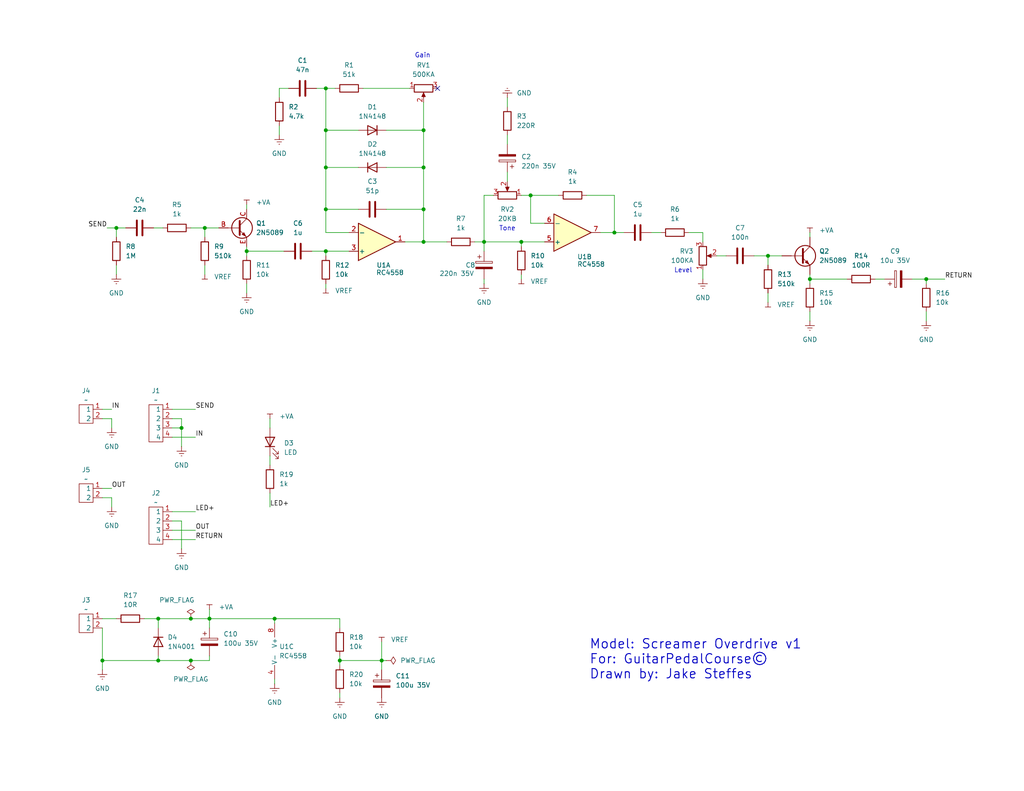
<source format=kicad_sch>
(kicad_sch (version 20250114) (generator "eeschema") (generator_version "9.0")
  (paper "A")
  (lib_symbols
    (symbol "+VA_1" (power) (pin_numbers (hide yes)) (pin_names (offset 0) (hide yes))
      (property "Value" "+VA" (at -0.254 2.54 0))
      (symbol "+VA_1_0_1"
        (polyline (pts (xy 0 0) (xy 0 1.27)))
        (polyline (pts (xy 0.762 1.27) (xy -0.762 1.27) (xy 0 1.27) (xy 0.762 1.27)) (fill (type outline)))
      )
      (symbol "+VA_1_1_1"
        (pin power_in line (at 0 0 90) (length 0) (hide yes) (name "~") (number "1"))
      )
    )
    (symbol "+VA_2" (power) (pin_numbers (hide yes)) (pin_names (offset 0) (hide yes))
      (property "Value" "+VA" (at -0.254 2.54 0))
      (symbol "+VA_2_0_1"
        (polyline (pts (xy 0 0) (xy 0 1.27)))
        (polyline (pts (xy 0.762 1.27) (xy -0.762 1.27) (xy 0 1.27) (xy 0.762 1.27)) (fill (type outline)))
      )
      (symbol "+VA_2_1_1"
        (pin power_in line (at 0 0 90) (length 0) (hide yes) (name "~") (number "1"))
      )
    )
    (symbol "Device:C" (pin_numbers (hide yes)) (pin_names (offset 0.254))
      (property "Reference" "C" (at 0.635 2.54 0))
      (property "Value" "C" (at 0.635 -2.54 0))
      (symbol "C_0_1"
        (polyline (pts (xy -2.032 0.762) (xy 2.032 0.762)) (stroke (width 0.508)))
        (polyline (pts (xy -2.032 -0.762) (xy 2.032 -0.762)) (stroke (width 0.508)))
      )
      (symbol "C_1_1"
        (pin passive line (at 0 3.81 270) (length 2.794) (name "~") (number "1"))
        (pin passive line (at 0 -3.81 90) (length 2.794) (name "~") (number "2"))
      )
    )
    (symbol "Device:C_Polarized" (pin_numbers (hide yes)) (pin_names (offset 0.254))
      (property "Reference" "C" (at 0.635 2.54 0))
      (property "Value" "C_Polarized" (at 0.635 -2.54 0))
      (symbol "C_Polarized_0_1"
        (rectangle (start -2.286 0.508) (end 2.286 1.016))
        (polyline (pts (xy -1.778 2.286) (xy -0.762 2.286)))
        (polyline (pts (xy -1.27 2.794) (xy -1.27 1.778)))
        (rectangle (start 2.286 -0.508) (end -2.286 -1.016) (fill (type outline)))
      )
      (symbol "C_Polarized_1_1"
        (pin passive line (at 0 3.81 270) (length 2.794) (name "~") (number "1"))
        (pin passive line (at 0 -3.81 90) (length 2.794) (name "~") (number "2"))
      )
    )
    (symbol "Device:D" (pin_numbers (hide yes)) (pin_names (offset 1.016) (hide yes))
      (property "Reference" "D" (at 0 2.54 0))
      (property "Value" "D" (at 0 -2.54 0))
      (symbol "D_0_1"
        (polyline (pts (xy -1.27 1.27) (xy -1.27 -1.27)) (stroke (width 0.254)))
        (polyline (pts (xy 1.27 1.27) (xy 1.27 -1.27) (xy -1.27 0) (xy 1.27 1.27)) (stroke (width 0.254)))
        (polyline (pts (xy 1.27 0) (xy -1.27 0)))
      )
      (symbol "D_1_1"
        (pin passive line (at -3.81 0 0) (length 2.54) (name "K") (number "1"))
        (pin passive line (at 3.81 0 180) (length 2.54) (name "A") (number "2"))
      )
    )
    (symbol "Device:LED" (pin_numbers (hide yes)) (pin_names (offset 1.016) (hide yes))
      (property "Reference" "D" (at 0 2.54 0))
      (property "Value" "LED" (at 0 -2.54 0))
      (symbol "LED_0_1"
        (polyline (pts (xy -3.048 -0.762) (xy -4.572 -2.286) (xy -3.81 -2.286) (xy -4.572 -2.286) (xy -4.572 -1.524)))
        (polyline (pts (xy -1.778 -0.762) (xy -3.302 -2.286) (xy -2.54 -2.286) (xy -3.302 -2.286) (xy -3.302 -1.524)))
        (polyline (pts (xy -1.27 0) (xy 1.27 0)))
        (polyline (pts (xy -1.27 -1.27) (xy -1.27 1.27)) (stroke (width 0.254)))
        (polyline (pts (xy 1.27 -1.27) (xy 1.27 1.27) (xy -1.27 0) (xy 1.27 -1.27)) (stroke (width 0.254)))
      )
      (symbol "LED_1_1"
        (pin passive line (at -3.81 0 0) (length 2.54) (name "K") (number "1"))
        (pin passive line (at 3.81 0 180) (length 2.54) (name "A") (number "2"))
      )
    )
    (symbol "Device:Q_NPN" (pin_numbers (hide yes)) (pin_names (offset 0) (hide yes))
      (property "Reference" "Q" (at 5.08 1.27 0))
      (property "Value" "Q_NPN" (at 5.08 -1.27 0))
      (symbol "Q_NPN_0_1"
        (polyline (pts (xy -2.54 0) (xy 0.635 0)))
        (polyline (pts (xy 0.635 1.905) (xy 0.635 -1.905)) (stroke (width 0.508)))
        (polyline (pts (xy 0.635 0.635) (xy 2.54 2.54)))
        (polyline (pts (xy 0.635 -0.635) (xy 2.54 -2.54)))
        (circle (center 1.27 0) (radius 2.8194) (stroke (width 0.254)))
        (polyline (pts (xy 1.27 -1.778) (xy 1.778 -1.27) (xy 2.286 -2.286) (xy 1.27 -1.778)) (fill (type outline)))
      )
      (symbol "Q_NPN_1_1"
        (pin input line (at -5.08 0 0) (length 2.54) (name "B") (number "B"))
        (pin passive line (at 2.54 5.08 270) (length 2.54) (name "C") (number "C"))
        (pin passive line (at 2.54 -5.08 90) (length 2.54) (name "E") (number "E"))
      )
    )
    (symbol "Device:R" (pin_numbers (hide yes)) (pin_names (offset 0))
      (property "Reference" "R" (at 2.032 0 90))
      (property "Value" "R" (at 0 0 90))
      (symbol "R_0_1"
        (rectangle (start -1.016 -2.54) (end 1.016 2.54) (stroke (width 0.254)))
      )
      (symbol "R_1_1"
        (pin passive line (at 0 3.81 270) (length 1.27) (name "~") (number "1"))
        (pin passive line (at 0 -3.81 90) (length 1.27) (name "~") (number "2"))
      )
    )
    (symbol "Device:R_Potentiometer" (pin_names (offset 1.016) (hide yes))
      (property "Reference" "RV" (at -4.445 0 90))
      (property "Value" "R_Potentiometer" (at -2.54 0 90))
      (symbol "R_Potentiometer_0_1"
        (rectangle (start 1.016 2.54) (end -1.016 -2.54) (stroke (width 0.254)))
        (polyline (pts (xy 1.143 0) (xy 2.286 0.508) (xy 2.286 -0.508) (xy 1.143 0)) (fill (type outline)))
        (polyline (pts (xy 2.54 0) (xy 1.524 0)))
      )
      (symbol "R_Potentiometer_1_1"
        (pin passive line (at 0 3.81 270) (length 1.27) (name "1") (number "1"))
        (pin passive line (at 0 -3.81 90) (length 1.27) (name "3") (number "3"))
        (pin passive line (at 3.81 0 180) (length 1.27) (name "2") (number "2"))
      )
    )
    (symbol "Diode:1N4001" (pin_numbers (hide yes)) (pin_names (hide yes))
      (property "Reference" "D" (at 0 2.54 0))
      (property "Value" "1N4001" (at 0 -2.54 0))
      (symbol "1N4001_0_1"
        (polyline (pts (xy -1.27 1.27) (xy -1.27 -1.27)) (stroke (width 0.254)))
        (polyline (pts (xy 1.27 1.27) (xy 1.27 -1.27) (xy -1.27 0) (xy 1.27 1.27)) (stroke (width 0.254)))
        (polyline (pts (xy 1.27 0) (xy -1.27 0)))
      )
      (symbol "1N4001_1_1"
        (pin passive line (at -3.81 0 0) (length 2.54) (name "K") (number "1"))
        (pin passive line (at 3.81 0 180) (length 2.54) (name "A") (number "2"))
      )
    )
    (symbol "Q_NPN_1" (pin_names (offset 0) (hide yes))
      (property "Reference" "Q" (at 5.08 1.27 0))
      (property "Value" "Q_NPN" (at 5.08 -1.27 0))
      (symbol "Q_NPN_1_0_1"
        (polyline (pts (xy -2.54 0) (xy 0.635 0)))
        (polyline (pts (xy 0.635 1.905) (xy 0.635 -1.905)) (stroke (width 0.508)))
        (polyline (pts (xy 0.635 0.635) (xy 2.54 2.54)))
        (polyline (pts (xy 0.635 -0.635) (xy 2.54 -2.54)))
        (circle (center 1.27 0) (radius 2.8194) (stroke (width 0.254)))
        (polyline (pts (xy 1.27 -1.778) (xy 1.778 -1.27) (xy 2.286 -2.286) (xy 1.27 -1.778)) (fill (type outline)))
      )
      (symbol "Q_NPN_1_1_1"
        (pin input line (at -5.08 0 0) (length 2.54) (name "B") (number "B"))
        (pin passive line (at 2.54 5.08 270) (length 2.54) (name "C") (number "C"))
        (pin passive line (at 2.54 -5.08 90) (length 2.54) (name "E") (number "E"))
      )
    )
    (symbol "Wampler:CONNECTOR_2"
      (property "Reference" "J" (at 0 0 0))
      (symbol "CONNECTOR_2_0_1"
        (rectangle (start 0 0) (end 3.81 -5.08))
      )
      (symbol "CONNECTOR_2_1_1"
        (pin passive line (at 6.35 -1.27 180) (length 2.54) (name "1") (number "1"))
        (pin passive line (at 6.35 -3.81 180) (length 2.54) (name "2") (number "2"))
      )
    )
    (symbol "Wampler:CONNECTOR_4"
      (property "Reference" "J" (at 0 0 0))
      (symbol "CONNECTOR_4_0_1"
        (rectangle (start 0 0) (end 3.81 -10.16))
      )
      (symbol "CONNECTOR_4_1_1"
        (pin passive line (at 6.35 -1.27 180) (length 2.54) (name "1") (number "1"))
        (pin passive line (at 6.35 -3.81 180) (length 2.54) (name "2") (number "2"))
        (pin passive line (at 6.35 -6.35 180) (length 2.54) (name "3") (number "3"))
        (pin passive line (at 6.35 -8.89 180) (length 2.54) (name "4") (number "4"))
      )
    )
    (symbol "Wampler:GND" (power) (pin_numbers (hide yes)) (pin_names (offset 0) (hide yes))
      (property "Value" "GND" (at 0 -3.81 0))
      (symbol "GND_0_1"
        (polyline (pts (xy -0.635 -1.905) (xy 0.635 -1.905)))
        (polyline (pts (xy -0.127 -2.54) (xy 0.127 -2.54)))
        (polyline (pts (xy 0 -1.27) (xy 0 0)))
        (polyline (pts (xy 1.27 -1.27) (xy -1.27 -1.27)))
      )
      (symbol "GND_1_1"
        (pin power_in line (at 0 0 270) (length 0) (name "~") (number "1"))
      )
    )
    (symbol "Wampler:RC4558" (pin_names (offset 0.127))
      (property "Reference" "U" (at 0 5.08 0))
      (property "Value" "RC4558" (at 0 -5.08 0))
      (symbol "RC4558_1_1"
        (polyline (pts (xy -5.08 5.08) (xy 5.08 0) (xy -5.08 -5.08) (xy -5.08 5.08)) (stroke (width 0.254)) (fill (type background)))
        (pin input line (at -7.62 2.54 0) (length 2.54) (name "+") (number "3"))
        (pin input line (at -7.62 -2.54 0) (length 2.54) (name "-") (number "2"))
        (pin output line (at 7.62 0 180) (length 2.54) (name "~") (number "1"))
      )
      (symbol "RC4558_2_1"
        (polyline (pts (xy -5.08 5.08) (xy 5.08 0) (xy -5.08 -5.08) (xy -5.08 5.08)) (stroke (width 0.254)) (fill (type background)))
        (pin input line (at -7.62 2.54 0) (length 2.54) (name "+") (number "5"))
        (pin input line (at -7.62 -2.54 0) (length 2.54) (name "-") (number "6"))
        (pin output line (at 7.62 0 180) (length 2.54) (name "~") (number "7"))
      )
      (symbol "RC4558_3_1"
        (pin power_in line (at -2.54 7.62 270) (length 3.81) (name "V+") (number "8"))
        (pin power_in line (at -2.54 -7.62 90) (length 3.81) (name "V-") (number "4"))
      )
    )
    (symbol "Wampler:VREF" (power) (pin_numbers (hide yes)) (pin_names (offset 0) (hide yes)) (in_bom no)
      (property "Value" "VREF" (at 4.064 0 0))
      (symbol "VREF_0_1"
        (polyline (pts (xy 0 0) (xy 0 1.27)))
        (polyline (pts (xy 0.762 1.27) (xy -0.762 1.27) (xy 0 1.27) (xy 0.762 1.27)) (fill (type outline)))
      )
      (symbol "VREF_1_1"
        (pin power_in line (at 0 0 90) (length 0) (hide yes) (name "~") (number "1"))
      )
    )
    (symbol "power:PWR_FLAG" (power) (pin_numbers (hide yes)) (pin_names (offset 0) (hide yes))
      (property "Value" "PWR_FLAG" (at 0 3.81 0))
      (symbol "PWR_FLAG_0_0"
        (pin power_out line (at 0 0 90) (length 0) (name "~") (number "1"))
      )
      (symbol "PWR_FLAG_0_1"
        (polyline (pts (xy 0 0) (xy 0 1.27) (xy -1.016 1.905) (xy 0 2.54) (xy 1.016 1.905) (xy 0 1.27)))
      )
    )
  )
  (text "Tone" (at 138.43 62.484 0) (effects (font (size 1.27 1.27))))
  (text "Gain" (at 115.316 15.24 0) (effects (font (size 1.27 1.27))))
  (text "Model: Screamer Overdrive v1\nFor: GuitarPedalCourse©\nDrawn by: Jake Steffes" (at 160.782 174.498 0) (effects (font (size 2.54 2.54) (thickness 0.254) (bold yes)) (justify left top)))
  (text "Level" (at 186.436 73.914 0) (effects (font (size 1.27 1.27))))
  (junction (at 115.57 45.72))
  (junction (at 142.24 66.04))
  (junction (at 49.53 116.84))
  (junction (at 88.9 45.72))
  (junction (at 88.9 57.15))
  (junction (at 132.08 66.04))
  (junction (at 252.73 76.2))
  (junction (at 67.31 68.58))
  (junction (at 52.07 180.34))
  (junction (at 220.98 76.2))
  (junction (at 55.88 62.23))
  (junction (at 115.57 57.15))
  (junction (at 167.64 63.5))
  (junction (at 144.78 53.34))
  (junction (at 88.9 68.58))
  (junction (at 209.55 69.85))
  (junction (at 115.57 35.56))
  (junction (at 57.15 168.91))
  (junction (at 31.75 62.23))
  (junction (at 43.18 180.34))
  (junction (at 43.18 168.91))
  (junction (at 115.57 66.04))
  (junction (at 88.9 35.56))
  (junction (at 104.14 180.34))
  (junction (at 74.93 168.91))
  (junction (at 52.07 168.91))
  (junction (at 27.94 180.34))
  (junction (at 92.71 180.34))
  (junction (at 88.9 24.13))
  (no_connect (at 119.38 24.13))
  (wire (pts (xy 105.41 35.56) (xy 115.57 35.56)))
  (wire (pts (xy 43.18 179.07) (xy 43.18 180.34)))
  (wire (pts (xy 31.75 62.23) (xy 34.29 62.23)))
  (wire (pts (xy 187.96 63.5) (xy 191.77 63.5)))
  (wire (pts (xy 220.98 85.09) (xy 220.98 87.63)))
  (wire (pts (xy 115.57 45.72) (xy 115.57 57.15)))
  (wire (pts (xy 115.57 66.04) (xy 121.92 66.04)))
  (wire (pts (xy 57.15 166.37) (xy 57.15 168.91)))
  (wire (pts (xy 52.07 168.91) (xy 57.15 168.91)))
  (wire (pts (xy 55.88 72.39) (xy 55.88 74.93)))
  (wire (pts (xy 46.99 119.38) (xy 53.34 119.38)))
  (wire (pts (xy 78.74 24.13) (xy 76.2 24.13)))
  (wire (pts (xy 67.31 68.58) (xy 77.47 68.58)))
  (wire (pts (xy 27.94 111.76) (xy 30.48 111.76)))
  (wire (pts (xy 252.73 85.09) (xy 252.73 87.63)))
  (wire (pts (xy 142.24 66.04) (xy 132.08 66.04)))
  (wire (pts (xy 43.18 168.91) (xy 52.07 168.91)))
  (wire (pts (xy 86.36 24.13) (xy 88.9 24.13)))
  (wire (pts (xy 88.9 63.5) (xy 88.9 57.15)))
  (wire (pts (xy 46.99 147.32) (xy 53.34 147.32)))
  (wire (pts (xy 160.02 53.34) (xy 167.64 53.34)))
  (wire (pts (xy 220.98 76.2) (xy 220.98 77.47)))
  (wire (pts (xy 76.2 34.29) (xy 76.2 36.83)))
  (wire (pts (xy 46.99 144.78) (xy 53.34 144.78)))
  (wire (pts (xy 27.94 168.91) (xy 31.75 168.91)))
  (wire (pts (xy 85.09 68.58) (xy 88.9 68.58)))
  (wire (pts (xy 74.93 168.91) (xy 57.15 168.91)))
  (wire (pts (xy 191.77 73.66) (xy 191.77 76.2)))
  (wire (pts (xy 88.9 35.56) (xy 97.79 35.56)))
  (wire (pts (xy 31.75 62.23) (xy 31.75 64.77)))
  (wire (pts (xy 43.18 180.34) (xy 52.07 180.34)))
  (wire (pts (xy 104.14 180.34) (xy 92.71 180.34)))
  (wire (pts (xy 104.14 175.26) (xy 104.14 180.34)))
  (wire (pts (xy 92.71 189.23) (xy 92.71 190.5)))
  (wire (pts (xy 95.25 63.5) (xy 88.9 63.5)))
  (wire (pts (xy 138.43 46.99) (xy 138.43 49.53)))
  (wire (pts (xy 57.15 168.91) (xy 57.15 171.45)))
  (wire (pts (xy 191.77 63.5) (xy 191.77 66.04)))
  (wire (pts (xy 144.78 53.34) (xy 152.4 53.34)))
  (wire (pts (xy 132.08 76.2) (xy 132.08 77.47)))
  (wire (pts (xy 99.06 24.13) (xy 111.76 24.13)))
  (wire (pts (xy 30.48 114.3) (xy 30.48 116.84)))
  (wire (pts (xy 73.66 114.3) (xy 73.66 116.84)))
  (wire (pts (xy 142.24 66.04) (xy 148.59 66.04)))
  (wire (pts (xy 67.31 67.31) (xy 67.31 68.58)))
  (wire (pts (xy 195.58 69.85) (xy 198.12 69.85)))
  (wire (pts (xy 132.08 53.34) (xy 132.08 66.04)))
  (wire (pts (xy 209.55 69.85) (xy 209.55 72.39)))
  (wire (pts (xy 73.66 134.62) (xy 73.66 138.43)))
  (wire (pts (xy 27.94 135.89) (xy 30.48 135.89)))
  (wire (pts (xy 115.57 57.15) (xy 115.57 66.04)))
  (wire (pts (xy 29.21 62.23) (xy 31.75 62.23)))
  (wire (pts (xy 52.07 62.23) (xy 55.88 62.23)))
  (wire (pts (xy 144.78 60.96) (xy 144.78 53.34)))
  (wire (pts (xy 92.71 171.45) (xy 92.71 168.91)))
  (wire (pts (xy 44.45 62.23) (xy 41.91 62.23)))
  (wire (pts (xy 132.08 66.04) (xy 132.08 68.58)))
  (wire (pts (xy 46.99 111.76) (xy 53.34 111.76)))
  (wire (pts (xy 76.2 24.13) (xy 76.2 26.67)))
  (wire (pts (xy 27.94 114.3) (xy 30.48 114.3)))
  (wire (pts (xy 27.94 171.45) (xy 27.94 180.34)))
  (wire (pts (xy 138.43 26.67) (xy 138.43 29.21)))
  (wire (pts (xy 138.43 36.83) (xy 138.43 39.37)))
  (wire (pts (xy 134.62 53.34) (xy 132.08 53.34)))
  (wire (pts (xy 205.74 69.85) (xy 209.55 69.85)))
  (wire (pts (xy 88.9 24.13) (xy 91.44 24.13)))
  (wire (pts (xy 115.57 66.04) (xy 110.49 66.04)))
  (wire (pts (xy 55.88 62.23) (xy 59.69 62.23)))
  (wire (pts (xy 105.41 57.15) (xy 115.57 57.15)))
  (wire (pts (xy 27.94 133.35) (xy 30.48 133.35)))
  (wire (pts (xy 220.98 74.93) (xy 220.98 76.2)))
  (wire (pts (xy 55.88 62.23) (xy 55.88 64.77)))
  (wire (pts (xy 88.9 45.72) (xy 97.79 45.72)))
  (wire (pts (xy 88.9 57.15) (xy 97.79 57.15)))
  (wire (pts (xy 30.48 135.89) (xy 30.48 138.43)))
  (wire (pts (xy 74.93 168.91) (xy 74.93 170.18)))
  (wire (pts (xy 220.98 76.2) (xy 231.14 76.2)))
  (wire (pts (xy 88.9 68.58) (xy 88.9 69.85)))
  (wire (pts (xy 142.24 74.93) (xy 142.24 76.2)))
  (wire (pts (xy 39.37 168.91) (xy 43.18 168.91)))
  (wire (pts (xy 167.64 63.5) (xy 170.18 63.5)))
  (wire (pts (xy 88.9 68.58) (xy 95.25 68.58)))
  (wire (pts (xy 52.07 180.34) (xy 57.15 180.34)))
  (wire (pts (xy 88.9 57.15) (xy 88.9 45.72)))
  (wire (pts (xy 148.59 60.96) (xy 144.78 60.96)))
  (wire (pts (xy 104.14 182.88) (xy 104.14 180.34)))
  (wire (pts (xy 252.73 76.2) (xy 257.81 76.2)))
  (wire (pts (xy 220.98 63.5) (xy 220.98 64.77)))
  (wire (pts (xy 57.15 180.34) (xy 57.15 179.07)))
  (wire (pts (xy 49.53 114.3) (xy 49.53 116.84)))
  (wire (pts (xy 92.71 168.91) (xy 74.93 168.91)))
  (wire (pts (xy 142.24 66.04) (xy 142.24 67.31)))
  (wire (pts (xy 209.55 69.85) (xy 213.36 69.85)))
  (wire (pts (xy 104.14 180.34) (xy 105.41 180.34)))
  (wire (pts (xy 49.53 149.86) (xy 49.53 142.24)))
  (wire (pts (xy 31.75 72.39) (xy 31.75 74.93)))
  (wire (pts (xy 129.54 66.04) (xy 132.08 66.04)))
  (wire (pts (xy 46.99 116.84) (xy 49.53 116.84)))
  (wire (pts (xy 88.9 45.72) (xy 88.9 35.56)))
  (wire (pts (xy 46.99 142.24) (xy 49.53 142.24)))
  (wire (pts (xy 167.64 63.5) (xy 163.83 63.5)))
  (wire (pts (xy 27.94 180.34) (xy 43.18 180.34)))
  (wire (pts (xy 177.8 63.5) (xy 180.34 63.5)))
  (wire (pts (xy 142.24 53.34) (xy 144.78 53.34)))
  (wire (pts (xy 115.57 35.56) (xy 115.57 45.72)))
  (wire (pts (xy 88.9 35.56) (xy 88.9 24.13)))
  (wire (pts (xy 74.93 185.42) (xy 74.93 186.69)))
  (wire (pts (xy 49.53 116.84) (xy 49.53 121.92)))
  (wire (pts (xy 67.31 55.88) (xy 67.31 57.15)))
  (wire (pts (xy 43.18 168.91) (xy 43.18 171.45)))
  (wire (pts (xy 92.71 179.07) (xy 92.71 180.34)))
  (wire (pts (xy 115.57 27.94) (xy 115.57 35.56)))
  (wire (pts (xy 209.55 80.01) (xy 209.55 82.55)))
  (wire (pts (xy 67.31 77.47) (xy 67.31 80.01)))
  (wire (pts (xy 46.99 139.7) (xy 53.34 139.7)))
  (wire (pts (xy 105.41 45.72) (xy 115.57 45.72)))
  (wire (pts (xy 248.92 76.2) (xy 252.73 76.2)))
  (wire (pts (xy 46.99 114.3) (xy 49.53 114.3)))
  (wire (pts (xy 167.64 53.34) (xy 167.64 63.5)))
  (wire (pts (xy 27.94 180.34) (xy 27.94 182.88)))
  (wire (pts (xy 252.73 76.2) (xy 252.73 77.47)))
  (wire (pts (xy 73.66 124.46) (xy 73.66 127)))
  (wire (pts (xy 92.71 180.34) (xy 92.71 181.61)))
  (wire (pts (xy 88.9 77.47) (xy 88.9 78.74)))
  (wire (pts (xy 67.31 68.58) (xy 67.31 69.85)))
  (wire (pts (xy 238.76 76.2) (xy 241.3 76.2)))
  (label "LED+" (at 73.66 138.43 0))
  (label "SEND" (at 53.34 111.76 0))
  (label "RETURN" (at 257.81 76.2 0))
  (label "SEND" (at 29.21 62.23 180))
  (label "IN" (at 53.34 119.38 0))
  (label "LED+" (at 53.34 139.7 0))
  (label "IN" (at 30.48 111.76 0))
  (label "RETURN" (at 53.34 147.32 0))
  (label "OUT" (at 53.34 144.78 0))
  (label "OUT" (at 30.48 133.35 0))
  (symbol (lib_name "+VA_2") (lib_id "Wampler:+VA") (at 220.98 63.5 0) (unit 1)
    (property "Reference" "#+VA04" (effects (hide yes)))
    (property "Value" "+VA" (at 223.52 62.8649 0) (effects (justify left)))
  )
  (symbol (lib_id "Wampler:VREF") (at 142.24 76.2 180) (unit 1) (in_bom no)
    (property "Reference" "#VREF02" (effects (hide yes)))
    (property "Value" "VREF" (at 144.78 76.8349 0) (effects (justify right)))
  )
  (symbol (lib_id "Wampler:GND") (at 49.53 149.86 0) (unit 1)
    (property "Reference" "#PWR03" (effects (hide yes)))
    (property "Value" "GND" (at 49.53 154.94 0))
    (property "Description" "Power symbol creates a global label with name \"GND\"" (effects (hide yes)))
  )
  (symbol (lib_id "Device:Q_NPN") (at 218.44 69.85 0) (unit 1)
    (property "Reference" "Q2" (at 223.52 68.5799 0) (effects (justify left)))
    (property "Value" "2N5089" (at 223.52 71.1199 0) (effects (justify left)))
    (property "Footprint" "Wampler:BJT_2N5089" (effects (hide yes)))
    (property "Description" "NPN bipolar junction transistor" (effects (hide yes)))
  )
  (symbol (lib_id "Wampler:GND") (at 74.93 186.69 0) (unit 1)
    (property "Reference" "#PWR037" (effects (hide yes)))
    (property "Value" "GND" (at 74.93 191.77 0))
    (property "Description" "Power symbol creates a global label with name \"GND\"" (effects (hide yes)))
  )
  (symbol (lib_id "Device:C_Polarized") (at 138.43 43.18 180) (unit 1)
    (property "Reference" "C2" (at 142.24 42.7989 0) (effects (justify right)))
    (property "Value" "220n 35V" (at 142.24 45.3389 0) (effects (justify right)))
    (property "Footprint" "Wampler:CAP_TANT_220NF" (effects (hide yes)))
    (property "Description" "Polarized capacitor" (effects (hide yes)))
  )
  (symbol (lib_name "+VA_2") (lib_id "Wampler:+VA") (at 67.31 55.88 0) (unit 1)
    (property "Reference" "#+VA03" (effects (hide yes)))
    (property "Value" "+VA" (at 69.85 55.2449 0) (effects (justify left)))
  )
  (symbol (lib_name "+VA_2") (lib_id "Wampler:+VA") (at 57.15 166.37 0) (unit 1)
    (property "Reference" "#+VA0101" (effects (hide yes)))
    (property "Value" "+VA" (at 59.69 165.7349 0) (effects (justify left)))
  )
  (symbol (lib_id "Wampler:VREF") (at 88.9 78.74 180) (unit 1) (in_bom no)
    (property "Reference" "#VREF03" (effects (hide yes)))
    (property "Value" "VREF" (at 91.44 79.3749 0) (effects (justify right)))
  )
  (symbol (lib_id "Wampler:VREF") (at 209.55 82.55 180) (unit 1) (in_bom no)
    (property "Reference" "#VREF01" (effects (hide yes)))
    (property "Value" "VREF" (at 212.09 83.1849 0) (effects (justify right)))
  )
  (symbol (lib_id "Device:R") (at 156.21 53.34 90) (unit 1)
    (property "Reference" "R4" (at 156.21 46.99 90))
    (property "Value" "1k" (at 156.21 49.53 90))
    (property "Footprint" "Wampler:RESISTOR_1_4W" (effects (hide yes)))
    (property "Description" "Resistor" (effects (hide yes)))
  )
  (symbol (lib_id "Device:C") (at 38.1 62.23 90) (unit 1)
    (property "Reference" "C4" (at 38.1 54.61 90))
    (property "Value" "22n" (at 38.1 57.15 90))
    (property "Footprint" "Wampler:CAP_FILM_22NF" (effects (hide yes)))
    (property "Description" "Unpolarized capacitor" (effects (hide yes)))
  )
  (symbol (lib_name "Q_NPN_1") (lib_id "Device:Q_NPN") (at 64.77 62.23 0) (unit 1)
    (property "Reference" "Q1" (at 69.85 60.9599 0) (effects (justify left)))
    (property "Value" "2N5089" (at 69.85 63.4999 0) (effects (justify left)))
    (property "Footprint" "Wampler:BJT_2N5089" (effects (hide yes)))
    (property "Description" "NPN bipolar junction transistor" (effects (hide yes)))
  )
  (symbol (lib_id "Wampler:GND") (at 27.94 182.88 0) (unit 1)
    (property "Reference" "#PWR036" (effects (hide yes)))
    (property "Value" "GND" (at 27.94 187.96 0))
    (property "Description" "Power symbol creates a global label with name \"GND\"" (effects (hide yes)))
  )
  (symbol (lib_id "Device:D") (at 101.6 45.72 0) (unit 1)
    (property "Reference" "D2" (at 101.6 39.37 0))
    (property "Value" "1N4148" (at 101.6 41.91 0))
    (property "Footprint" "Wampler:DIODE_1N4148" (effects (hide yes)))
    (property "Description" "Diode" (effects (hide yes)))
    (property "Sim.Device" "D" (effects (hide yes)))
    (property "Sim.Pins" "1=K 2=A" (effects (hide yes)))
  )
  (symbol (lib_id "Wampler:GND") (at 252.73 87.63 0) (unit 1)
    (property "Reference" "#PWR033" (effects (hide yes)))
    (property "Value" "GND" (at 252.73 92.71 0))
    (property "Description" "Power symbol creates a global label with name \"GND\"" (effects (hide yes)))
  )
  (symbol (lib_id "Device:R") (at 31.75 68.58 0) (unit 1)
    (property "Reference" "R8" (at 34.29 67.3099 0) (effects (justify left)))
    (property "Value" "1M" (at 34.29 69.8499 0) (effects (justify left)))
    (property "Footprint" "Wampler:RESISTOR_1_4W" (effects (hide yes)))
    (property "Description" "Resistor" (effects (hide yes)))
  )
  (symbol (lib_id "Device:R") (at 142.24 71.12 0) (unit 1)
    (property "Reference" "R10" (at 144.78 69.8499 0) (effects (justify left)))
    (property "Value" "10k" (at 144.78 72.3899 0) (effects (justify left)))
    (property "Footprint" "Wampler:RESISTOR_1_4W" (effects (hide yes)))
    (property "Description" "Resistor" (effects (hide yes)))
  )
  (symbol (lib_id "Wampler:CONNECTOR_2") (at 21.59 167.64 0) (unit 1)
    (property "Reference" "J3" (at 23.495 163.83 0))
    (property "Value" "~" (at 23.495 166.37 0))
    (property "Footprint" "Wampler:CONNECTOR_2" (effects (hide yes)))
  )
  (symbol (lib_id "Device:R") (at 73.66 130.81 0) (unit 1)
    (property "Reference" "R19" (at 76.2 129.5399 0) (effects (justify left)))
    (property "Value" "1k" (at 76.2 132.0799 0) (effects (justify left)))
    (property "Footprint" "Wampler:RESISTOR_1_4W" (effects (hide yes)))
    (property "Description" "Resistor" (effects (hide yes)))
  )
  (symbol (lib_id "Wampler:CONNECTOR_4") (at 40.64 138.43 0) (unit 1)
    (property "Reference" "J2" (at 42.545 134.62 0))
    (property "Value" "~" (at 42.545 137.16 0))
    (property "Footprint" "Wampler:CONNECTOR_4" (effects (hide yes)))
  )
  (symbol (lib_id "Device:R") (at 88.9 73.66 0) (unit 1)
    (property "Reference" "R12" (at 91.44 72.3899 0) (effects (justify left)))
    (property "Value" "10k" (at 91.44 74.9299 0) (effects (justify left)))
    (property "Footprint" "Wampler:RESISTOR_1_4W" (effects (hide yes)))
    (property "Description" "Resistor" (effects (hide yes)))
  )
  (symbol (lib_id "Device:R") (at 252.73 81.28 0) (unit 1)
    (property "Reference" "R16" (at 255.27 80.0099 0) (effects (justify left)))
    (property "Value" "10k" (at 255.27 82.5499 0) (effects (justify left)))
    (property "Footprint" "Wampler:RESISTOR_1_4W" (effects (hide yes)))
    (property "Description" "Resistor" (effects (hide yes)))
  )
  (symbol (lib_id "Wampler:RC4558") (at 77.47 177.8 0) (unit 3)
    (property "Reference" "U1" (at 76.2 176.5299 0) (effects (justify left)))
    (property "Value" "RC4558" (at 76.2 179.0699 0) (effects (justify left)))
    (property "Footprint" "Wampler:OP_AMP" (effects (hide yes)))
    (property "Description" "Dual Op Amp, DIP-8/SOIC-8" (effects (hide yes)))
  )
  (symbol (lib_id "Wampler:GND") (at 220.98 87.63 0) (unit 1)
    (property "Reference" "#PWR032" (effects (hide yes)))
    (property "Value" "GND" (at 220.98 92.71 0))
    (property "Description" "Power symbol creates a global label with name \"GND\"" (effects (hide yes)))
  )
  (symbol (lib_id "Diode:1N4001") (at 43.18 175.26 270) (unit 1)
    (property "Reference" "D4" (at 45.72 173.9899 90) (effects (justify left)))
    (property "Value" "1N4001" (at 45.72 176.5299 90) (effects (justify left)))
    (property "Footprint" "Wampler:DIODE_1N4001" (effects (hide yes)))
    (property "Datasheet" "http://www.vishay.com/docs/88503/1n4001.pdf" (effects (hide yes)))
    (property "Description" "50V 1A General Purpose Rectifier Diode, DO-41" (effects (hide yes)))
    (property "Sim.Device" "D" (effects (hide yes)))
    (property "Sim.Pins" "1=K 2=A" (effects (hide yes)))
  )
  (symbol (lib_id "Device:R") (at 35.56 168.91 90) (unit 1)
    (property "Reference" "R17" (at 35.56 162.56 90))
    (property "Value" "10R" (at 35.56 165.1 90))
    (property "Footprint" "Wampler:RESISTOR_1_4W" (effects (hide yes)))
    (property "Description" "Resistor" (effects (hide yes)))
  )
  (symbol (lib_id "Device:R_Potentiometer") (at 115.57 24.13 90) (mirror x) (unit 1)
    (property "Reference" "RV1" (at 115.57 17.78 90))
    (property "Value" "500KA" (at 115.57 20.32 90))
    (property "Footprint" "Wampler:POT_16MM_RA" (effects (hide yes)))
    (property "Description" "Potentiometer" (effects (hide yes)))
  )
  (symbol (lib_id "Device:R") (at 92.71 185.42 180) (unit 1)
    (property "Reference" "R20" (at 95.25 184.1499 0) (effects (justify right)))
    (property "Value" "10k" (at 95.25 186.6899 0) (effects (justify right)))
    (property "Footprint" "Wampler:RESISTOR_1_4W" (effects (hide yes)))
    (property "Description" "Resistor" (effects (hide yes)))
  )
  (symbol (lib_id "Wampler:GND") (at 30.48 116.84 0) (unit 1)
    (property "Reference" "#PWR035" (effects (hide yes)))
    (property "Value" "GND" (at 30.48 121.92 0))
    (property "Description" "Power symbol creates a global label with name \"GND\"" (effects (hide yes)))
  )
  (symbol (lib_id "Wampler:GND") (at 92.71 190.5 0) (unit 1)
    (property "Reference" "#PWR038" (effects (hide yes)))
    (property "Value" "GND" (at 92.71 195.58 0))
    (property "Description" "Power symbol creates a global label with name \"GND\"" (effects (hide yes)))
  )
  (symbol (lib_id "Device:R") (at 234.95 76.2 90) (unit 1)
    (property "Reference" "R14" (at 234.95 69.85 90))
    (property "Value" "100R" (at 234.95 72.39 90))
    (property "Footprint" "Wampler:RESISTOR_1_4W" (effects (hide yes)))
    (property "Description" "Resistor" (effects (hide yes)))
  )
  (symbol (lib_id "Device:R") (at 55.88 68.58 0) (unit 1)
    (property "Reference" "R9" (at 58.42 67.3099 0) (effects (justify left)))
    (property "Value" "510k" (at 58.42 69.8499 0) (effects (justify left)))
    (property "Footprint" "Wampler:RESISTOR_1_4W" (effects (hide yes)))
    (property "Description" "Resistor" (effects (hide yes)))
  )
  (symbol (lib_id "Wampler:RC4558") (at 156.21 63.5 0) (mirror x) (unit 2)
    (property "Reference" "U1" (at 159.512 70.104 0))
    (property "Value" "RC4558" (at 161.29 72.136 0))
    (property "Footprint" "Wampler:OP_AMP" (effects (hide yes)))
    (property "Description" "Dual Op Amp, DIP-8/SOIC-8" (effects (hide yes)))
  )
  (symbol (lib_id "Device:R") (at 209.55 76.2 0) (unit 1)
    (property "Reference" "R13" (at 212.09 74.9299 0) (effects (justify left)))
    (property "Value" "510k" (at 212.09 77.4699 0) (effects (justify left)))
    (property "Footprint" "Wampler:RESISTOR_1_4W" (effects (hide yes)))
    (property "Description" "Resistor" (effects (hide yes)))
  )
  (symbol (lib_id "Device:D") (at 101.6 35.56 180) (unit 1)
    (property "Reference" "D1" (at 101.6 29.21 0))
    (property "Value" "1N4148" (at 101.6 31.75 0))
    (property "Footprint" "Wampler:DIODE_1N4148" (effects (hide yes)))
    (property "Description" "Diode" (effects (hide yes)))
    (property "Sim.Device" "D" (effects (hide yes)))
    (property "Sim.Pins" "1=K 2=A" (effects (hide yes)))
  )
  (symbol (lib_id "Device:C_Polarized") (at 245.11 76.2 90) (unit 1)
    (property "Reference" "C9" (at 244.221 68.58 90))
    (property "Value" "10u 35V" (at 244.221 71.12 90))
    (property "Footprint" "Wampler:CAP_ELEC_10UF" (effects (hide yes)))
    (property "Description" "Polarized capacitor" (effects (hide yes)))
  )
  (symbol (lib_id "power:PWR_FLAG") (at 52.07 180.34 0) (mirror x) (unit 1)
    (property "Reference" "#FLG02" (effects (hide yes)))
    (property "Value" "PWR_FLAG" (at 52.07 185.42 0))
    (property "Description" "Special symbol for telling ERC where power comes from" (effects (hide yes)))
  )
  (symbol (lib_id "Device:R") (at 48.26 62.23 90) (unit 1)
    (property "Reference" "R5" (at 48.26 55.88 90))
    (property "Value" "1k" (at 48.26 58.42 90))
    (property "Footprint" "Wampler:RESISTOR_1_4W" (effects (hide yes)))
    (property "Description" "Resistor" (effects (hide yes)))
  )
  (symbol (lib_id "Device:LED") (at 73.66 120.65 90) (unit 1)
    (property "Reference" "D3" (at 77.47 120.9674 90) (effects (justify right)))
    (property "Value" "LED" (at 77.47 123.5074 90) (effects (justify right)))
    (property "Footprint" "Wampler:LED_5MM" (effects (hide yes)))
    (property "Description" "Light emitting diode" (effects (hide yes)))
    (property "Sim.Pins" "1=K 2=A" (effects (hide yes)))
  )
  (symbol (lib_id "Device:R") (at 95.25 24.13 90) (unit 1)
    (property "Reference" "R1" (at 95.25 17.78 90))
    (property "Value" "51k" (at 95.25 20.32 90))
    (property "Footprint" "Wampler:RESISTOR_1_4W" (effects (hide yes)))
    (property "Description" "Resistor" (effects (hide yes)))
  )
  (symbol (lib_id "Wampler:GND") (at 31.75 74.93 0) (unit 1)
    (property "Reference" "#PWR026" (effects (hide yes)))
    (property "Value" "GND" (at 31.75 80.01 0))
    (property "Description" "Power symbol creates a global label with name \"GND\"" (effects (hide yes)))
  )
  (symbol (lib_id "Wampler:GND") (at 104.14 190.5 0) (unit 1)
    (property "Reference" "#PWR039" (effects (hide yes)))
    (property "Value" "GND" (at 104.14 195.58 0))
    (property "Description" "Power symbol creates a global label with name \"GND\"" (effects (hide yes)))
  )
  (symbol (lib_id "Wampler:CONNECTOR_2") (at 21.59 132.08 0) (unit 1)
    (property "Reference" "J5" (at 23.495 128.27 0))
    (property "Value" "~" (at 23.495 130.81 0))
    (property "Footprint" "Wampler:CONNECTOR_2" (effects (hide yes)))
  )
  (symbol (lib_id "Device:C_Polarized") (at 132.08 72.39 0) (unit 1)
    (property "Reference" "C8" (at 127 72.39 0) (effects (justify left)))
    (property "Value" "220n 35V" (at 119.888 74.676 0) (effects (justify left)))
    (property "Footprint" "Wampler:CAP_TANT_220NF" (effects (hide yes)))
    (property "Description" "Polarized capacitor" (effects (hide yes)))
  )
  (symbol (lib_id "Device:R_Potentiometer") (at 138.43 53.34 270) (mirror x) (unit 1)
    (property "Reference" "RV2" (at 138.43 57.15 90))
    (property "Value" "20KB" (at 138.43 59.69 90))
    (property "Footprint" "Wampler:POT_16MM_RA" (effects (hide yes)))
    (property "Description" "Potentiometer" (effects (hide yes)))
  )
  (symbol (lib_id "Device:C") (at 101.6 57.15 90) (unit 1)
    (property "Reference" "C3" (at 101.6 49.53 90))
    (property "Value" "51p" (at 101.6 52.07 90))
    (property "Footprint" "Wampler:CAP_MLCC_51PF" (effects (hide yes)))
    (property "Description" "Unpolarized capacitor" (effects (hide yes)))
  )
  (symbol (lib_id "Device:R") (at 125.73 66.04 90) (unit 1)
    (property "Reference" "R7" (at 125.73 59.69 90))
    (property "Value" "1k" (at 125.73 62.23 90))
    (property "Footprint" "Wampler:RESISTOR_1_4W" (effects (hide yes)))
    (property "Description" "Resistor" (effects (hide yes)))
  )
  (symbol (lib_id "Device:C_Polarized") (at 57.15 175.26 0) (unit 1)
    (property "Reference" "C10" (at 60.96 173.1009 0) (effects (justify left)))
    (property "Value" "100u 35V" (at 60.96 175.6409 0) (effects (justify left)))
    (property "Footprint" "Wampler:CAP_ELEC_100UF" (effects (hide yes)))
    (property "Description" "Polarized capacitor" (effects (hide yes)))
  )
  (symbol (lib_id "Device:R") (at 184.15 63.5 90) (unit 1)
    (property "Reference" "R6" (at 184.15 57.15 90))
    (property "Value" "1k" (at 184.15 59.69 90))
    (property "Footprint" "Wampler:RESISTOR_1_4W" (effects (hide yes)))
    (property "Description" "Resistor" (effects (hide yes)))
  )
  (symbol (lib_id "power:PWR_FLAG") (at 105.41 180.34 270) (unit 1)
    (property "Reference" "#FLG03" (effects (hide yes)))
    (property "Value" "PWR_FLAG" (at 109.22 180.3399 90) (effects (justify left)))
    (property "Description" "Special symbol for telling ERC where power comes from" (effects (hide yes)))
  )
  (symbol (lib_id "Device:R_Potentiometer") (at 191.77 69.85 0) (mirror x) (unit 1)
    (property "Reference" "RV3" (at 189.23 68.5799 0) (effects (justify right)))
    (property "Value" "100KA" (at 189.23 71.1199 0) (effects (justify right)))
    (property "Footprint" "Wampler:POT_16MM_RA" (effects (hide yes)))
    (property "Description" "Potentiometer" (effects (hide yes)))
  )
  (symbol (lib_id "Device:R") (at 67.31 73.66 0) (unit 1)
    (property "Reference" "R11" (at 69.85 72.3899 0) (effects (justify left)))
    (property "Value" "10k" (at 69.85 74.9299 0) (effects (justify left)))
    (property "Footprint" "Wampler:RESISTOR_1_4W" (effects (hide yes)))
    (property "Description" "Resistor" (effects (hide yes)))
  )
  (symbol (lib_id "Device:R") (at 220.98 81.28 0) (unit 1)
    (property "Reference" "R15" (at 223.52 80.0099 0) (effects (justify left)))
    (property "Value" "10k" (at 223.52 82.5499 0) (effects (justify left)))
    (property "Footprint" "Wampler:RESISTOR_1_4W" (effects (hide yes)))
    (property "Description" "Resistor" (effects (hide yes)))
  )
  (symbol (lib_id "Wampler:GND") (at 30.48 138.43 0) (unit 1)
    (property "Reference" "#PWR01" (effects (hide yes)))
    (property "Value" "GND" (at 30.48 143.51 0))
    (property "Description" "Power symbol creates a global label with name \"GND\"" (effects (hide yes)))
  )
  (symbol (lib_id "Device:C") (at 81.28 68.58 90) (unit 1)
    (property "Reference" "C6" (at 81.28 60.96 90))
    (property "Value" "1u" (at 81.28 63.5 90))
    (property "Footprint" "Wampler:CAP_FILM_1UF" (effects (hide yes)))
    (property "Description" "Unpolarized capacitor" (effects (hide yes)))
  )
  (symbol (lib_id "Device:R") (at 138.43 33.02 180) (unit 1)
    (property "Reference" "R3" (at 140.97 31.7499 0) (effects (justify right)))
    (property "Value" "220R" (at 140.97 34.2899 0) (effects (justify right)))
    (property "Footprint" "Wampler:RESISTOR_1_4W" (effects (hide yes)))
    (property "Description" "Resistor" (effects (hide yes)))
  )
  (symbol (lib_id "Wampler:GND") (at 138.43 26.67 180) (unit 1)
    (property "Reference" "#PWR029" (effects (hide yes)))
    (property "Value" "GND" (at 140.97 25.3999 0) (effects (justify right)))
    (property "Description" "Power symbol creates a global label with name \"GND\"" (effects (hide yes)))
  )
  (symbol (lib_id "Device:C_Polarized") (at 104.14 186.69 0) (unit 1)
    (property "Reference" "C11" (at 107.95 184.5309 0) (effects (justify left)))
    (property "Value" "100u 35V" (at 107.95 187.0709 0) (effects (justify left)))
    (property "Footprint" "Wampler:CAP_ELEC_100UF" (effects (hide yes)))
    (property "Description" "Polarized capacitor" (effects (hide yes)))
  )
  (symbol (lib_id "Wampler:CONNECTOR_4") (at 40.64 110.49 0) (unit 1)
    (property "Reference" "J1" (at 42.545 106.68 0))
    (property "Value" "~" (at 42.545 109.22 0))
    (property "Footprint" "Wampler:CONNECTOR_4" (effects (hide yes)))
  )
  (symbol (lib_id "Wampler:RC4558") (at 102.87 66.04 0) (mirror x) (unit 1)
    (property "Reference" "U1" (at 104.648 72.39 0))
    (property "Value" "RC4558" (at 106.426 74.422 0))
    (property "Footprint" "Wampler:OP_AMP" (effects (hide yes)))
    (property "Description" "Dual Op Amp, DIP-8/SOIC-8" (effects (hide yes)))
  )
  (symbol (lib_id "Device:R") (at 76.2 30.48 180) (unit 1)
    (property "Reference" "R2" (at 78.74 29.2099 0) (effects (justify right)))
    (property "Value" "4.7k" (at 78.74 31.7499 0) (effects (justify right)))
    (property "Footprint" "Wampler:RESISTOR_1_4W" (effects (hide yes)))
    (property "Description" "Resistor" (effects (hide yes)))
  )
  (symbol (lib_id "Device:C") (at 201.93 69.85 90) (unit 1)
    (property "Reference" "C7" (at 201.93 62.23 90))
    (property "Value" "100n" (at 201.93 64.77 90))
    (property "Footprint" "Wampler:CAP_FILM_100NF" (effects (hide yes)))
    (property "Description" "Unpolarized capacitor" (effects (hide yes)))
  )
  (symbol (lib_id "Wampler:GND") (at 132.08 77.47 0) (unit 1)
    (property "Reference" "#PWR030" (effects (hide yes)))
    (property "Value" "GND" (at 132.08 82.55 0))
    (property "Description" "Power symbol creates a global label with name \"GND\"" (effects (hide yes)))
  )
  (symbol (lib_id "Wampler:GND") (at 191.77 76.2 0) (unit 1)
    (property "Reference" "#PWR031" (effects (hide yes)))
    (property "Value" "GND" (at 191.77 81.28 0))
    (property "Description" "Power symbol creates a global label with name \"GND\"" (effects (hide yes)))
  )
  (symbol (lib_id "Wampler:GND") (at 49.53 121.92 0) (unit 1)
    (property "Reference" "#PWR02" (effects (hide yes)))
    (property "Value" "GND" (at 49.53 127 0))
    (property "Description" "Power symbol creates a global label with name \"GND\"" (effects (hide yes)))
  )
  (symbol (lib_id "Wampler:VREF") (at 104.14 175.26 0) (unit 1) (in_bom no)
    (property "Reference" "#VREF05" (effects (hide yes)))
    (property "Value" "VREF" (at 106.68 174.6249 0) (effects (justify left)))
  )
  (symbol (lib_id "Device:C") (at 82.55 24.13 90) (unit 1)
    (property "Reference" "C1" (at 82.55 16.51 90))
    (property "Value" "47n" (at 82.55 19.05 90))
    (property "Footprint" "Wampler:CAP_FILM_47NF" (effects (hide yes)))
    (property "Description" "Unpolarized capacitor" (effects (hide yes)))
  )
  (symbol (lib_id "Wampler:VREF") (at 55.88 74.93 180) (unit 1) (in_bom no)
    (property "Reference" "#VREF04" (effects (hide yes)))
    (property "Value" "VREF" (at 58.42 75.5649 0) (effects (justify right)))
  )
  (symbol (lib_id "Wampler:CONNECTOR_2") (at 21.59 110.49 0) (unit 1)
    (property "Reference" "J4" (at 23.495 106.68 0))
    (property "Value" "~" (at 23.495 109.22 0))
    (property "Footprint" "Wampler:CONNECTOR_2" (effects (hide yes)))
  )
  (symbol (lib_id "Wampler:GND") (at 76.2 36.83 0) (unit 1)
    (property "Reference" "#PWR028" (effects (hide yes)))
    (property "Value" "GND" (at 76.2 41.91 0))
    (property "Description" "Power symbol creates a global label with name \"GND\"" (effects (hide yes)))
  )
  (symbol (lib_id "power:PWR_FLAG") (at 52.07 168.91 0) (unit 1)
    (property "Reference" "#FLG01" (effects (hide yes)))
    (property "Value" "PWR_FLAG" (at 48.26 163.83 0))
    (property "Description" "Special symbol for telling ERC where power comes from" (effects (hide yes)))
  )
  (symbol (lib_id "Wampler:GND") (at 67.31 80.01 0) (unit 1)
    (property "Reference" "#PWR027" (effects (hide yes)))
    (property "Value" "GND" (at 67.31 85.09 0))
    (property "Description" "Power symbol creates a global label with name \"GND\"" (effects (hide yes)))
  )
  (symbol (lib_id "Device:C") (at 173.99 63.5 90) (unit 1)
    (property "Reference" "C5" (at 173.99 55.88 90))
    (property "Value" "1u" (at 173.99 58.42 90))
    (property "Footprint" "Wampler:CAP_FILM_1UF" (effects (hide yes)))
    (property "Description" "Unpolarized capacitor" (effects (hide yes)))
  )
  (symbol (lib_id "Device:R") (at 92.71 175.26 180) (unit 1)
    (property "Reference" "R18" (at 95.25 173.9899 0) (effects (justify right)))
    (property "Value" "10k" (at 95.25 176.5299 0) (effects (justify right)))
    (property "Footprint" "Wampler:RESISTOR_1_4W" (effects (hide yes)))
    (property "Description" "Resistor" (effects (hide yes)))
  )
  (symbol (lib_name "+VA_1") (lib_id "Wampler:+VA") (at 73.66 114.3 0) (unit 1)
    (property "Reference" "#+VA02" (effects (hide yes)))
    (property "Value" "+VA" (at 76.2 113.6649 0) (effects (justify left)))
  )
)
</source>
